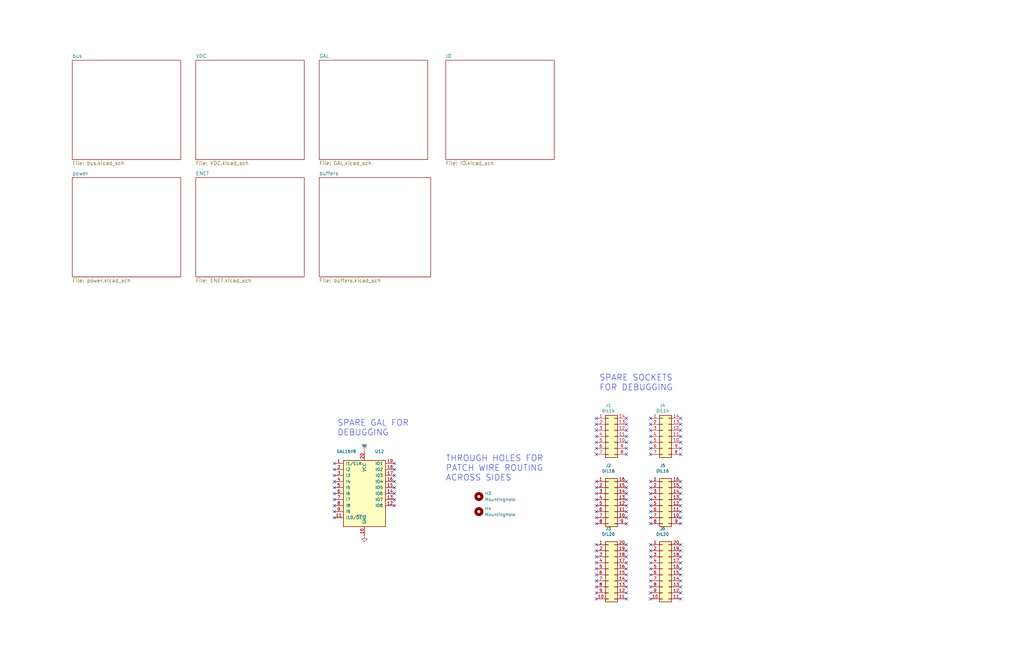
<source format=kicad_sch>
(kicad_sch (version 20211123) (generator eeschema)
  (paper "B")
  (lib_symbols
    (symbol "Connector_Generic:Conn_02x07_Counter_Clockwise" (pin_names (offset 1.016) hide)
      (property "Reference" "J" (at 1.27 10.16 0))
      (property "Value" "Conn_02x07_Counter_Clockwise" (at 1.27 -10.16 0))
      (symbol "Conn_02x07_Counter_Clockwise_1_1"
        (rectangle (start -1.27 -7.493) (end 0 -7.747) (stroke (width 0.1524)))
        (rectangle (start -1.27 -4.953) (end 0 -5.207) (stroke (width 0.1524)))
        (rectangle (start -1.27 -2.413) (end 0 -2.667) (stroke (width 0.1524)))
        (rectangle (start -1.27 0.127) (end 0 -0.127) (stroke (width 0.1524)))
        (rectangle (start -1.27 2.667) (end 0 2.413) (stroke (width 0.1524)))
        (rectangle (start -1.27 5.207) (end 0 4.953) (stroke (width 0.1524)))
        (rectangle (start -1.27 7.747) (end 0 7.493) (stroke (width 0.1524)))
        (rectangle (start -1.27 8.89) (end 3.81 -8.89) (stroke (width 0.254)) (fill (type background)))
        (rectangle (start 3.81 -7.493) (end 2.54 -7.747) (stroke (width 0.1524)))
        (rectangle (start 3.81 -4.953) (end 2.54 -5.207) (stroke (width 0.1524)))
        (rectangle (start 3.81 -2.413) (end 2.54 -2.667) (stroke (width 0.1524)))
        (rectangle (start 3.81 0.127) (end 2.54 -0.127) (stroke (width 0.1524)))
        (rectangle (start 3.81 2.667) (end 2.54 2.413) (stroke (width 0.1524)))
        (rectangle (start 3.81 5.207) (end 2.54 4.953) (stroke (width 0.1524)))
        (rectangle (start 3.81 7.747) (end 2.54 7.493) (stroke (width 0.1524)))
        (pin passive line (at -5.08 7.62 0) (length 3.81) (name "Pin_1") (number "1"))
        (pin passive line (at 7.62 -2.54 180) (length 3.81) (name "Pin_10") (number "10"))
        (pin passive line (at 7.62 0 180) (length 3.81) (name "Pin_11") (number "11"))
        (pin passive line (at 7.62 2.54 180) (length 3.81) (name "Pin_12") (number "12"))
        (pin passive line (at 7.62 5.08 180) (length 3.81) (name "Pin_13") (number "13"))
        (pin passive line (at 7.62 7.62 180) (length 3.81) (name "Pin_14") (number "14"))
        (pin passive line (at -5.08 5.08 0) (length 3.81) (name "Pin_2") (number "2"))
        (pin passive line (at -5.08 2.54 0) (length 3.81) (name "Pin_3") (number "3"))
        (pin passive line (at -5.08 0 0) (length 3.81) (name "Pin_4") (number "4"))
        (pin passive line (at -5.08 -2.54 0) (length 3.81) (name "Pin_5") (number "5"))
        (pin passive line (at -5.08 -5.08 0) (length 3.81) (name "Pin_6") (number "6"))
        (pin passive line (at -5.08 -7.62 0) (length 3.81) (name "Pin_7") (number "7"))
        (pin passive line (at 7.62 -7.62 180) (length 3.81) (name "Pin_8") (number "8"))
        (pin passive line (at 7.62 -5.08 180) (length 3.81) (name "Pin_9") (number "9"))
      )
    )
    (symbol "Connector_Generic:Conn_02x08_Counter_Clockwise" (pin_names (offset 1.016) hide)
      (property "Reference" "J" (at 1.27 10.16 0))
      (property "Value" "Conn_02x08_Counter_Clockwise" (at 1.27 -12.7 0))
      (symbol "Conn_02x08_Counter_Clockwise_1_1"
        (rectangle (start -1.27 -10.033) (end 0 -10.287) (stroke (width 0.1524)))
        (rectangle (start -1.27 -7.493) (end 0 -7.747) (stroke (width 0.1524)))
        (rectangle (start -1.27 -4.953) (end 0 -5.207) (stroke (width 0.1524)))
        (rectangle (start -1.27 -2.413) (end 0 -2.667) (stroke (width 0.1524)))
        (rectangle (start -1.27 0.127) (end 0 -0.127) (stroke (width 0.1524)))
        (rectangle (start -1.27 2.667) (end 0 2.413) (stroke (width 0.1524)))
        (rectangle (start -1.27 5.207) (end 0 4.953) (stroke (width 0.1524)))
        (rectangle (start -1.27 7.747) (end 0 7.493) (stroke (width 0.1524)))
        (rectangle (start -1.27 8.89) (end 3.81 -11.43) (stroke (width 0.254)) (fill (type background)))
        (rectangle (start 3.81 -10.033) (end 2.54 -10.287) (stroke (width 0.1524)))
        (rectangle (start 3.81 -7.493) (end 2.54 -7.747) (stroke (width 0.1524)))
        (rectangle (start 3.81 -4.953) (end 2.54 -5.207) (stroke (width 0.1524)))
        (rectangle (start 3.81 -2.413) (end 2.54 -2.667) (stroke (width 0.1524)))
        (rectangle (start 3.81 0.127) (end 2.54 -0.127) (stroke (width 0.1524)))
        (rectangle (start 3.81 2.667) (end 2.54 2.413) (stroke (width 0.1524)))
        (rectangle (start 3.81 5.207) (end 2.54 4.953) (stroke (width 0.1524)))
        (rectangle (start 3.81 7.747) (end 2.54 7.493) (stroke (width 0.1524)))
        (pin passive line (at -5.08 7.62 0) (length 3.81) (name "Pin_1") (number "1"))
        (pin passive line (at 7.62 -7.62 180) (length 3.81) (name "Pin_10") (number "10"))
        (pin passive line (at 7.62 -5.08 180) (length 3.81) (name "Pin_11") (number "11"))
        (pin passive line (at 7.62 -2.54 180) (length 3.81) (name "Pin_12") (number "12"))
        (pin passive line (at 7.62 0 180) (length 3.81) (name "Pin_13") (number "13"))
        (pin passive line (at 7.62 2.54 180) (length 3.81) (name "Pin_14") (number "14"))
        (pin passive line (at 7.62 5.08 180) (length 3.81) (name "Pin_15") (number "15"))
        (pin passive line (at 7.62 7.62 180) (length 3.81) (name "Pin_16") (number "16"))
        (pin passive line (at -5.08 5.08 0) (length 3.81) (name "Pin_2") (number "2"))
        (pin passive line (at -5.08 2.54 0) (length 3.81) (name "Pin_3") (number "3"))
        (pin passive line (at -5.08 0 0) (length 3.81) (name "Pin_4") (number "4"))
        (pin passive line (at -5.08 -2.54 0) (length 3.81) (name "Pin_5") (number "5"))
        (pin passive line (at -5.08 -5.08 0) (length 3.81) (name "Pin_6") (number "6"))
        (pin passive line (at -5.08 -7.62 0) (length 3.81) (name "Pin_7") (number "7"))
        (pin passive line (at -5.08 -10.16 0) (length 3.81) (name "Pin_8") (number "8"))
        (pin passive line (at 7.62 -10.16 180) (length 3.81) (name "Pin_9") (number "9"))
      )
    )
    (symbol "Connector_Generic:Conn_02x10_Counter_Clockwise" (pin_names (offset 1.016) hide)
      (property "Reference" "J" (at 1.27 12.7 0))
      (property "Value" "Conn_02x10_Counter_Clockwise" (at 1.27 -15.24 0))
      (symbol "Conn_02x10_Counter_Clockwise_1_1"
        (rectangle (start -1.27 -12.573) (end 0 -12.827) (stroke (width 0.1524)))
        (rectangle (start -1.27 -10.033) (end 0 -10.287) (stroke (width 0.1524)))
        (rectangle (start -1.27 -7.493) (end 0 -7.747) (stroke (width 0.1524)))
        (rectangle (start -1.27 -4.953) (end 0 -5.207) (stroke (width 0.1524)))
        (rectangle (start -1.27 -2.413) (end 0 -2.667) (stroke (width 0.1524)))
        (rectangle (start -1.27 0.127) (end 0 -0.127) (stroke (width 0.1524)))
        (rectangle (start -1.27 2.667) (end 0 2.413) (stroke (width 0.1524)))
        (rectangle (start -1.27 5.207) (end 0 4.953) (stroke (width 0.1524)))
        (rectangle (start -1.27 7.747) (end 0 7.493) (stroke (width 0.1524)))
        (rectangle (start -1.27 10.287) (end 0 10.033) (stroke (width 0.1524)))
        (rectangle (start -1.27 11.43) (end 3.81 -13.97) (stroke (width 0.254)) (fill (type background)))
        (rectangle (start 3.81 -12.573) (end 2.54 -12.827) (stroke (width 0.1524)))
        (rectangle (start 3.81 -10.033) (end 2.54 -10.287) (stroke (width 0.1524)))
        (rectangle (start 3.81 -7.493) (end 2.54 -7.747) (stroke (width 0.1524)))
        (rectangle (start 3.81 -4.953) (end 2.54 -5.207) (stroke (width 0.1524)))
        (rectangle (start 3.81 -2.413) (end 2.54 -2.667) (stroke (width 0.1524)))
        (rectangle (start 3.81 0.127) (end 2.54 -0.127) (stroke (width 0.1524)))
        (rectangle (start 3.81 2.667) (end 2.54 2.413) (stroke (width 0.1524)))
        (rectangle (start 3.81 5.207) (end 2.54 4.953) (stroke (width 0.1524)))
        (rectangle (start 3.81 7.747) (end 2.54 7.493) (stroke (width 0.1524)))
        (rectangle (start 3.81 10.287) (end 2.54 10.033) (stroke (width 0.1524)))
        (pin passive line (at -5.08 10.16 0) (length 3.81) (name "Pin_1") (number "1"))
        (pin passive line (at -5.08 -12.7 0) (length 3.81) (name "Pin_10") (number "10"))
        (pin passive line (at 7.62 -12.7 180) (length 3.81) (name "Pin_11") (number "11"))
        (pin passive line (at 7.62 -10.16 180) (length 3.81) (name "Pin_12") (number "12"))
        (pin passive line (at 7.62 -7.62 180) (length 3.81) (name "Pin_13") (number "13"))
        (pin passive line (at 7.62 -5.08 180) (length 3.81) (name "Pin_14") (number "14"))
        (pin passive line (at 7.62 -2.54 180) (length 3.81) (name "Pin_15") (number "15"))
        (pin passive line (at 7.62 0 180) (length 3.81) (name "Pin_16") (number "16"))
        (pin passive line (at 7.62 2.54 180) (length 3.81) (name "Pin_17") (number "17"))
        (pin passive line (at 7.62 5.08 180) (length 3.81) (name "Pin_18") (number "18"))
        (pin passive line (at 7.62 7.62 180) (length 3.81) (name "Pin_19") (number "19"))
        (pin passive line (at -5.08 7.62 0) (length 3.81) (name "Pin_2") (number "2"))
        (pin passive line (at 7.62 10.16 180) (length 3.81) (name "Pin_20") (number "20"))
        (pin passive line (at -5.08 5.08 0) (length 3.81) (name "Pin_3") (number "3"))
        (pin passive line (at -5.08 2.54 0) (length 3.81) (name "Pin_4") (number "4"))
        (pin passive line (at -5.08 0 0) (length 3.81) (name "Pin_5") (number "5"))
        (pin passive line (at -5.08 -2.54 0) (length 3.81) (name "Pin_6") (number "6"))
        (pin passive line (at -5.08 -5.08 0) (length 3.81) (name "Pin_7") (number "7"))
        (pin passive line (at -5.08 -7.62 0) (length 3.81) (name "Pin_8") (number "8"))
        (pin passive line (at -5.08 -10.16 0) (length 3.81) (name "Pin_9") (number "9"))
      )
    )
    (symbol "Logic_Programmable:GAL16V8" (pin_names (offset 1.016))
      (property "Reference" "U" (at -8.89 16.51 0))
      (property "Value" "GAL16V8" (at 1.27 16.51 0))
      (symbol "GAL16V8_0_0"
        (pin power_in line (at 0 -17.78 90) (length 3.81) (name "GND") (number "10"))
        (pin power_in line (at 0 17.78 270) (length 3.81) (name "VCC") (number "20"))
      )
      (symbol "GAL16V8_0_1"
        (rectangle (start -8.89 13.97) (end 8.89 -13.97) (stroke (width 0.254)) (fill (type background)))
      )
      (symbol "GAL16V8_1_1"
        (pin input line (at -12.7 12.7 0) (length 3.81) (name "I1/CLK") (number "1"))
        (pin input line (at -12.7 -10.16 0) (length 3.81) (name "I10/~{OE}") (number "11"))
        (pin tri_state line (at 12.7 -5.08 180) (length 3.81) (name "IO8") (number "12"))
        (pin tri_state line (at 12.7 -2.54 180) (length 3.81) (name "IO7") (number "13"))
        (pin tri_state line (at 12.7 0 180) (length 3.81) (name "IO6") (number "14"))
        (pin tri_state line (at 12.7 2.54 180) (length 3.81) (name "IO5") (number "15"))
        (pin tri_state line (at 12.7 5.08 180) (length 3.81) (name "IO4") (number "16"))
        (pin tri_state line (at 12.7 7.62 180) (length 3.81) (name "I03") (number "17"))
        (pin tri_state line (at 12.7 10.16 180) (length 3.81) (name "IO2") (number "18"))
        (pin tri_state line (at 12.7 12.7 180) (length 3.81) (name "IO1") (number "19"))
        (pin input line (at -12.7 10.16 0) (length 3.81) (name "I2") (number "2"))
        (pin input line (at -12.7 7.62 0) (length 3.81) (name "I3") (number "3"))
        (pin input line (at -12.7 5.08 0) (length 3.81) (name "I4") (number "4"))
        (pin input line (at -12.7 2.54 0) (length 3.81) (name "I5") (number "5"))
        (pin input line (at -12.7 0 0) (length 3.81) (name "I6") (number "6"))
        (pin input line (at -12.7 -2.54 0) (length 3.81) (name "I7") (number "7"))
        (pin input line (at -12.7 -5.08 0) (length 3.81) (name "I8") (number "8"))
        (pin input line (at -12.7 -7.62 0) (length 3.81) (name "I9") (number "9"))
      )
    )
    (symbol "Mechanical:MountingHole" (pin_names (offset 1.016))
      (property "Reference" "H" (at 0 5.08 0))
      (property "Value" "MountingHole" (at 0 3.175 0))
      (symbol "MountingHole_0_1"
        (circle (center 0 0) (radius 1.27) (stroke (width 1.27)))
      )
    )
    (symbol "power:GND" (power) (pin_names (offset 0))
      (property "Value" "GND" (at 0 -3.81 0))
      (symbol "GND_0_1"
        (polyline (pts (xy 0 0) (xy 0 -1.27) (xy 1.27 -1.27) (xy 0 -2.54) (xy -1.27 -1.27) (xy 0 -1.27)))
      )
      (symbol "GND_1_1"
        (pin power_in line (at 0 0 270) (length 0) hide (name "GND") (number "1"))
      )
    )
    (symbol "power:VCC" (power) (pin_names (offset 0))
      (property "Value" "VCC" (at 0 3.81 0))
      (symbol "VCC_0_1"
        (polyline (pts (xy -0.762 1.27) (xy 0 2.54)))
        (polyline (pts (xy 0 0) (xy 0 2.54)))
        (polyline (pts (xy 0 2.54) (xy 0.762 1.27)))
      )
      (symbol "VCC_1_1"
        (pin power_in line (at 0 0 90) (length 0) hide (name "VCC") (number "1"))
      )
    )
  )
  (no_connect (at 287.02 215.9))
  (no_connect (at 166.37 213.36))
  (no_connect (at 287.02 191.77))
  (no_connect (at 274.32 213.36))
  (no_connect (at 287.02 186.69))
  (no_connect (at 166.37 205.74))
  (no_connect (at 251.46 220.98))
  (no_connect (at 287.02 242.57))
  (no_connect (at 287.02 184.15))
  (no_connect (at 287.02 189.23))
  (no_connect (at 140.97 215.9))
  (no_connect (at 140.97 208.28))
  (no_connect (at 287.02 205.74))
  (no_connect (at 251.46 213.36))
  (no_connect (at 274.32 240.03))
  (no_connect (at 251.46 250.19))
  (no_connect (at 251.46 218.44))
  (no_connect (at 287.02 203.2))
  (no_connect (at 287.02 220.98))
  (no_connect (at 287.02 213.36))
  (no_connect (at 274.32 250.19))
  (no_connect (at 287.02 181.61))
  (no_connect (at 140.97 205.74))
  (no_connect (at 251.46 215.9))
  (no_connect (at 287.02 252.73))
  (no_connect (at 274.32 203.2))
  (no_connect (at 251.46 234.95))
  (no_connect (at 264.16 232.41))
  (no_connect (at 287.02 208.28))
  (no_connect (at 251.46 237.49))
  (no_connect (at 140.97 218.44))
  (no_connect (at 264.16 220.98))
  (no_connect (at 251.46 203.2))
  (no_connect (at 274.32 229.87))
  (no_connect (at 274.32 234.95))
  (no_connect (at 287.02 229.87))
  (no_connect (at 251.46 205.74))
  (no_connect (at 264.16 208.28))
  (no_connect (at 274.32 181.61))
  (no_connect (at 251.46 232.41))
  (no_connect (at 251.46 191.77))
  (no_connect (at 287.02 247.65))
  (no_connect (at 274.32 208.28))
  (no_connect (at 264.16 184.15))
  (no_connect (at 251.46 181.61))
  (no_connect (at 287.02 240.03))
  (no_connect (at 264.16 252.73))
  (no_connect (at 287.02 234.95))
  (no_connect (at 274.32 215.9))
  (no_connect (at 264.16 203.2))
  (no_connect (at 251.46 242.57))
  (no_connect (at 287.02 218.44))
  (no_connect (at 264.16 186.69))
  (no_connect (at 287.02 232.41))
  (no_connect (at 264.16 189.23))
  (no_connect (at 264.16 213.36))
  (no_connect (at 274.32 210.82))
  (no_connect (at 264.16 250.19))
  (no_connect (at 166.37 200.66))
  (no_connect (at 274.32 220.98))
  (no_connect (at 287.02 237.49))
  (no_connect (at 264.16 179.07))
  (no_connect (at 264.16 247.65))
  (no_connect (at 274.32 245.11))
  (no_connect (at 287.02 179.07))
  (no_connect (at 251.46 247.65))
  (no_connect (at 251.46 184.15))
  (no_connect (at 264.16 176.53))
  (no_connect (at 251.46 245.11))
  (no_connect (at 251.46 176.53))
  (no_connect (at 274.32 247.65))
  (no_connect (at 274.32 205.74))
  (no_connect (at 274.32 242.57))
  (no_connect (at 287.02 245.11))
  (no_connect (at 251.46 179.07))
  (no_connect (at 140.97 210.82))
  (no_connect (at 264.16 234.95))
  (no_connect (at 140.97 213.36))
  (no_connect (at 274.32 237.49))
  (no_connect (at 264.16 215.9))
  (no_connect (at 264.16 181.61))
  (no_connect (at 274.32 191.77))
  (no_connect (at 274.32 184.15))
  (no_connect (at 166.37 203.2))
  (no_connect (at 264.16 240.03))
  (no_connect (at 264.16 218.44))
  (no_connect (at 251.46 208.28))
  (no_connect (at 274.32 186.69))
  (no_connect (at 166.37 195.58))
  (no_connect (at 251.46 189.23))
  (no_connect (at 287.02 210.82))
  (no_connect (at 274.32 176.53))
  (no_connect (at 166.37 210.82))
  (no_connect (at 140.97 203.2))
  (no_connect (at 166.37 208.28))
  (no_connect (at 166.37 198.12))
  (no_connect (at 140.97 198.12))
  (no_connect (at 264.16 210.82))
  (no_connect (at 264.16 191.77))
  (no_connect (at 274.32 189.23))
  (no_connect (at 264.16 205.74))
  (no_connect (at 274.32 179.07))
  (no_connect (at 140.97 195.58))
  (no_connect (at 264.16 245.11))
  (no_connect (at 251.46 186.69))
  (no_connect (at 274.32 252.73))
  (no_connect (at 251.46 240.03))
  (no_connect (at 274.32 232.41))
  (no_connect (at 140.97 200.66))
  (no_connect (at 264.16 237.49))
  (no_connect (at 251.46 229.87))
  (no_connect (at 287.02 176.53))
  (no_connect (at 251.46 210.82))
  (no_connect (at 264.16 242.57))
  (no_connect (at 274.32 218.44))
  (no_connect (at 251.46 252.73))
  (no_connect (at 287.02 250.19))
  (no_connect (at 264.16 229.87))
  (text "SPARE SOCKETS\nFOR DEBUGGING" (at 252.73 165.1 0) (effects (font (size 2.54 2.54)) (justify left bottom)))
  (text "SPARE GAL FOR\nDEBUGGING" (at 142.24 184.15 0) (effects (font (size 2.54 2.54)) (justify left bottom)))
  (text "THROUGH HOLES FOR\nPATCH WIRE ROUTING\nACROSS SIDES" (at 187.96 203.2 0) (effects (font (size 2.54 2.54)) (justify left bottom)))
  (symbol (lib_id "Connector_Generic:Conn_02x07_Counter_Clockwise") (at 256.54 184.15 0) (unit 1)
    (property "Reference" "J1" (at 256.54 171.069 0))
    (property "Value" "DIL14" (at 256.54 173.3804 0))
    (property "Footprint" "Package_DIP:DIP-14_W7.62mm_Socket" (effects hide))
  )
  (symbol (lib_id "Connector_Generic:Conn_02x08_Counter_Clockwise") (at 256.54 210.82 0) (unit 1)
    (property "Reference" "J2" (at 256.54 196.469 0))
    (property "Value" "DIL16" (at 256.54 198.7804 0))
    (property "Footprint" "Package_DIP:DIP-16_W7.62mm_Socket" (effects hide))
  )
  (symbol (lib_id "Connector_Generic:Conn_02x10_Counter_Clockwise") (at 256.54 240.03 0) (unit 1)
    (property "Reference" "J3" (at 256.54 223.139 0))
    (property "Value" "DIL20" (at 256.54 225.4504 0))
    (property "Footprint" "Package_DIP:DIP-20_W7.62mm_Socket" (effects hide))
  )
  (symbol (lib_id "Connector_Generic:Conn_02x07_Counter_Clockwise") (at 279.4 184.15 0) (unit 1)
    (property "Reference" "J4" (at 279.4 171.069 0))
    (property "Value" "DIL14" (at 279.4 173.3804 0))
    (property "Footprint" "Package_DIP:DIP-14_W7.62mm_Socket" (effects hide))
  )
  (symbol (lib_id "Connector_Generic:Conn_02x08_Counter_Clockwise") (at 279.4 210.82 0) (unit 1)
    (property "Reference" "J5" (at 279.4 196.469 0))
    (property "Value" "DIL16" (at 279.4 198.7804 0))
    (property "Footprint" "Package_DIP:DIP-16_W7.62mm_Socket" (effects hide))
  )
  (symbol (lib_id "Connector_Generic:Conn_02x10_Counter_Clockwise") (at 279.4 240.03 0) (unit 1)
    (property "Reference" "J6" (at 279.4 223.139 0))
    (property "Value" "DIL20" (at 279.4 225.4504 0))
    (property "Footprint" "Package_DIP:DIP-20_W7.62mm_Socket" (effects hide))
  )
  (symbol (lib_id "power:GND") (at 153.67 226.06 0) (unit 1)
    (property "Reference" "#PWR011" (effects hide))
    (property "Value" "GND" (effects hide))
  )
  (symbol (lib_id "Mechanical:MountingHole") (at 201.93 209.55 0) (unit 1)
    (property "Reference" "H3" (at 204.47 208.2799 0) (effects (justify left)))
    (property "Value" "MountingHole" (at 204.47 210.8199 0) (effects (justify left)))
    (property "Footprint" "MountingHole:MountingHole_2.2mm_M2_DIN965_Pad" (effects hide))
  )
  (symbol (lib_id "Logic_Programmable:GAL16V8") (at 153.67 208.28 0) (unit 1)
    (property "Reference" "U12" (at 160.02 190.5 0))
    (property "Value" "GAL16V8" (at 146.05 190.5 0))
    (property "Footprint" "Package_DIP:DIP-20_W7.62mm_Socket" (effects hide))
  )
  (symbol (lib_id "power:VCC") (at 153.67 190.5 0) (unit 1)
    (property "Reference" "#PWR010" (effects hide))
    (property "Value" "VCC" (at 153.67 187.96 0) (effects (font (size 0.762 0.762))))
  )
  (symbol (lib_id "Mechanical:MountingHole") (at 201.93 215.9 0) (unit 1)
    (property "Reference" "H4" (at 204.47 214.6299 0) (effects (justify left)))
    (property "Value" "MountingHole" (at 204.47 217.1699 0) (effects (justify left)))
    (property "Footprint" "MountingHole:MountingHole_2.2mm_M2_DIN965_Pad" (effects hide))
  )
  (sheet (at 134.62 25.4) (size 45.72 41.91)
    (property "Sheet name" "GAL" (at 134.62 24.5614 0) (effects (font (size 1.524 1.524)) (justify left bottom)))
    (property "Sheet file" "GAL.kicad_sch" (at 134.62 67.9962 0) (effects (font (size 1.524 1.524)) (justify left top)))
  )
  (sheet (at 134.62 74.93) (size 46.99 41.91)
    (property "Sheet name" "buffers" (at 134.62 74.0914 0) (effects (font (size 1.524 1.524)) (justify left bottom)))
    (property "Sheet file" "buffers.kicad_sch" (at 134.62 117.5262 0) (effects (font (size 1.524 1.524)) (justify left top)))
  )
  (sheet (at 30.48 25.4) (size 45.72 41.91)
    (property "Sheet name" "bus" (at 30.48 24.5614 0) (effects (font (size 1.524 1.524)) (justify left bottom)))
    (property "Sheet file" "bus.kicad_sch" (at 30.48 67.9962 0) (effects (font (size 1.524 1.524)) (justify left top)))
  )
  (sheet (at 30.48 74.93) (size 45.72 41.91)
    (property "Sheet name" "power" (at 30.48 74.0914 0) (effects (font (size 1.524 1.524)) (justify left bottom)))
    (property "Sheet file" "power.kicad_sch" (at 30.48 117.5262 0) (effects (font (size 1.524 1.524)) (justify left top)))
  )
  (sheet (at 82.55 25.4) (size 45.72 41.91)
    (property "Sheet name" "VDC" (at 82.55 24.5614 0) (effects (font (size 1.524 1.524)) (justify left bottom)))
    (property "Sheet file" "VDC.kicad_sch" (at 82.55 67.9962 0) (effects (font (size 1.524 1.524)) (justify left top)))
  )
  (sheet (at 82.55 74.93) (size 45.72 41.91)
    (property "Sheet name" "ENET" (at 82.55 74.0914 0) (effects (font (size 1.524 1.524)) (justify left bottom)))
    (property "Sheet file" "ENET.kicad_sch" (at 82.55 117.5262 0) (effects (font (size 1.524 1.524)) (justify left top)))
  )
  (sheet (at 187.96 25.4) (size 45.72 41.91)
    (property "Sheet name" "IO" (at 187.96 24.5614 0) (effects (font (size 1.524 1.524)) (justify left bottom)))
    (property "Sheet file" "IO.kicad_sch" (at 187.96 67.9962 0) (effects (font (size 1.524 1.524)) (justify left top)))
  )
)
</source>
